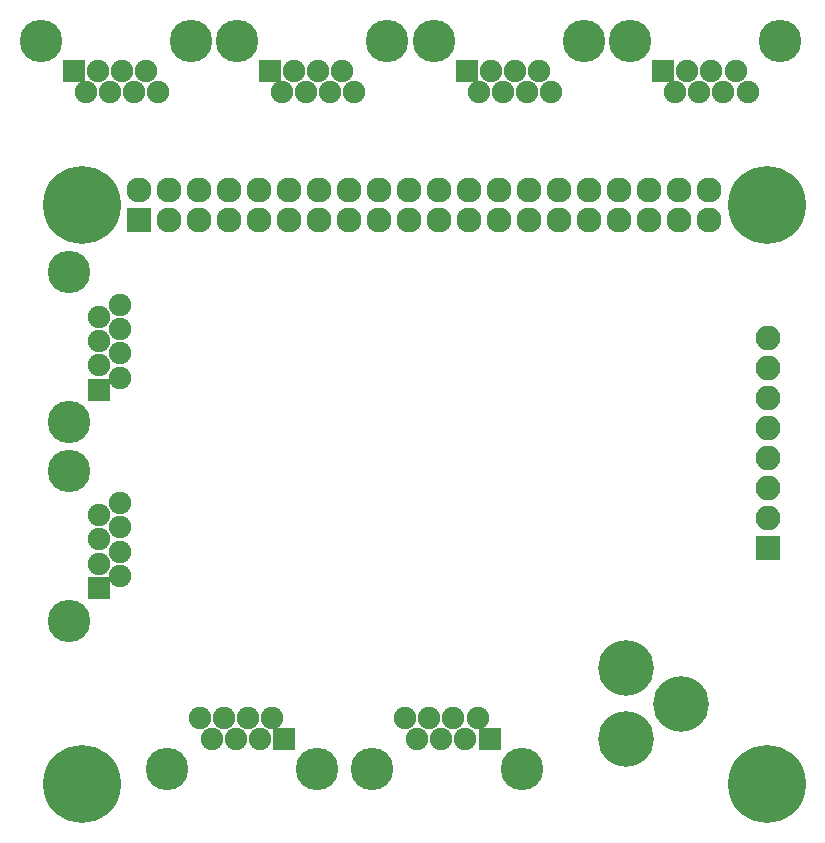
<source format=gbs>
G04 #@! TF.FileFunction,Soldermask,Bot*
%FSLAX46Y46*%
G04 Gerber Fmt 4.6, Leading zero omitted, Abs format (unit mm)*
G04 Created by KiCad (PCBNEW 4.0.7) date Thursday, May 03, 2018 'PMt' 09:09:37 PM*
%MOMM*%
%LPD*%
G01*
G04 APERTURE LIST*
%ADD10C,0.100000*%
%ADD11C,4.718000*%
%ADD12R,2.100000X2.100000*%
%ADD13O,2.100000X2.100000*%
%ADD14C,6.600000*%
%ADD15R,2.127200X2.127200*%
%ADD16O,2.127200X2.127200*%
%ADD17C,3.600000*%
%ADD18R,1.900000X1.900000*%
%ADD19C,1.900000*%
G04 APERTURE END LIST*
D10*
D11*
X158877000Y-120650000D03*
X163576000Y-117650260D03*
X158877000Y-114650520D03*
D12*
X170942000Y-104521000D03*
D13*
X170942000Y-101981000D03*
X170942000Y-99441000D03*
X170942000Y-96901000D03*
X170942000Y-94361000D03*
X170942000Y-91821000D03*
X170942000Y-89281000D03*
X170942000Y-86741000D03*
D14*
X112815000Y-124460000D03*
X170815000Y-124460000D03*
X170815000Y-75460000D03*
D15*
X117685000Y-76730000D03*
D16*
X117685000Y-74190000D03*
X120225000Y-76730000D03*
X120225000Y-74190000D03*
X122765000Y-76730000D03*
X122765000Y-74190000D03*
X125305000Y-76730000D03*
X125305000Y-74190000D03*
X127845000Y-76730000D03*
X127845000Y-74190000D03*
X130385000Y-76730000D03*
X130385000Y-74190000D03*
X132925000Y-76730000D03*
X132925000Y-74190000D03*
X135465000Y-76730000D03*
X135465000Y-74190000D03*
X138005000Y-76730000D03*
X138005000Y-74190000D03*
X140545000Y-76730000D03*
X140545000Y-74190000D03*
X143085000Y-76730000D03*
X143085000Y-74190000D03*
X145625000Y-76730000D03*
X145625000Y-74190000D03*
X148165000Y-76730000D03*
X148165000Y-74190000D03*
X150705000Y-76730000D03*
X150705000Y-74190000D03*
X153245000Y-76730000D03*
X153245000Y-74190000D03*
X155785000Y-76730000D03*
X155785000Y-74190000D03*
X158325000Y-76730000D03*
X158325000Y-74190000D03*
X160865000Y-76730000D03*
X160865000Y-74190000D03*
X163405000Y-76730000D03*
X163405000Y-74190000D03*
X165945000Y-76730000D03*
X165945000Y-74190000D03*
D14*
X112815000Y-75460000D03*
D17*
X171960000Y-61595000D03*
D18*
X162040000Y-64135000D03*
D19*
X163060000Y-65915000D03*
X164080000Y-64135000D03*
X165100000Y-65915000D03*
X166120000Y-64135000D03*
X167140000Y-65915000D03*
X168160000Y-64135000D03*
X169180000Y-65915000D03*
D17*
X159260000Y-61595000D03*
X155315000Y-61595000D03*
D18*
X145395000Y-64135000D03*
D19*
X146415000Y-65915000D03*
X147435000Y-64135000D03*
X148455000Y-65915000D03*
X149475000Y-64135000D03*
X150495000Y-65915000D03*
X151515000Y-64135000D03*
X152535000Y-65915000D03*
D17*
X142615000Y-61595000D03*
X138678000Y-61593000D03*
D18*
X128758000Y-64133000D03*
D19*
X129778000Y-65913000D03*
X130798000Y-64133000D03*
X131818000Y-65913000D03*
X132838000Y-64133000D03*
X133858000Y-65913000D03*
X134878000Y-64133000D03*
X135898000Y-65913000D03*
D17*
X125978000Y-61593000D03*
X122049000Y-61593000D03*
D18*
X112129000Y-64133000D03*
D19*
X113149000Y-65913000D03*
X114169000Y-64133000D03*
X115189000Y-65913000D03*
X116209000Y-64133000D03*
X117229000Y-65913000D03*
X118249000Y-64133000D03*
X119269000Y-65913000D03*
D17*
X109349000Y-61593000D03*
X111758000Y-81151000D03*
D18*
X114298000Y-91071000D03*
D19*
X116078000Y-90051000D03*
X114298000Y-89031000D03*
X116078000Y-88011000D03*
X114298000Y-86991000D03*
X116078000Y-85971000D03*
X114298000Y-84951000D03*
X116078000Y-83931000D03*
D17*
X111758000Y-93851000D03*
X111758000Y-97923000D03*
D18*
X114298000Y-107843000D03*
D19*
X116078000Y-106823000D03*
X114298000Y-105803000D03*
X116078000Y-104783000D03*
X114298000Y-103763000D03*
X116078000Y-102743000D03*
X114298000Y-101723000D03*
X116078000Y-100703000D03*
D17*
X111758000Y-110623000D03*
X120013000Y-123192000D03*
D18*
X129933000Y-120652000D03*
D19*
X128913000Y-118872000D03*
X127893000Y-120652000D03*
X126873000Y-118872000D03*
X125853000Y-120652000D03*
X124833000Y-118872000D03*
X123813000Y-120652000D03*
X122793000Y-118872000D03*
D17*
X132713000Y-123192000D03*
X137414000Y-123192000D03*
D18*
X147334000Y-120652000D03*
D19*
X146314000Y-118872000D03*
X145294000Y-120652000D03*
X144274000Y-118872000D03*
X143254000Y-120652000D03*
X142234000Y-118872000D03*
X141214000Y-120652000D03*
X140194000Y-118872000D03*
D17*
X150114000Y-123192000D03*
M02*

</source>
